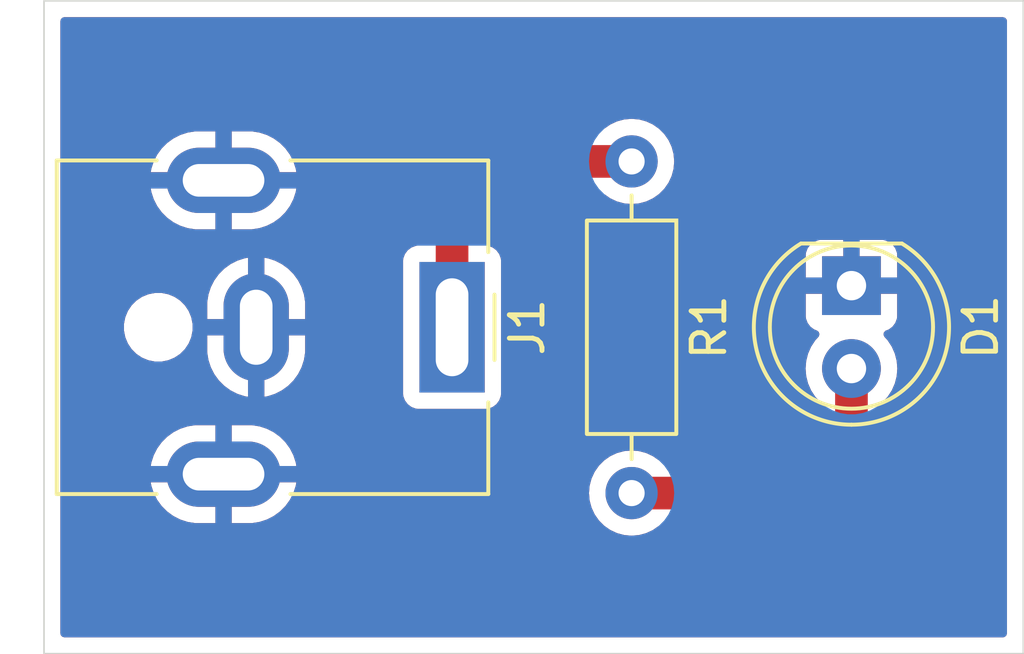
<source format=kicad_pcb>
(kicad_pcb (version 20241229) (generator "pcbnew") (generator_version "9.0")
  (layers (0 "F.Cu" signal) (2 "B.Cu" signal) (13 "F.Paste" user) (15 "B.Paste" user) (5 "F.SilkS" user "F.Silkscreen") (7 "B.SilkS" user "B.Silkscreen") (1 "F.Mask" user) (3 "B.Mask" user) (25 "Edge.Cuts" user))
  (net 0 "")
  (net 1 "Net-(D1-A)")
  (net 2 "GND")
  (net 3 "+5V")
  (footprint "Resistor_THT:R_Axial_DIN0207_L6.3mm_D2.5mm_P10.16mm_Horizontal" (layer "F.Cu") (at 142 108.92 -90)
    (property "Reference" "R1" (at 5.08 -2.37 90) (layer "F.SilkS"))
    (property "Value" "147Ω")
    (fp_line (start 1.04 0) (end 1.81 0) (stroke (width 0.12)) (layer "F.SilkS"))
    (fp_line (start 9.12 0) (end 8.35 0) (stroke (width 0.12)) (layer "F.SilkS"))
    (fp_rect (start 1.81 -1.37) (end 8.35 1.37) (stroke (width 0.12)) (fill no) (layer "F.SilkS"))
    (pad "1" thru_hole circle (at 0 0 270) (size 1.6 1.6) (drill 0.8) (layers "*.Cu" "*.Mask") (net 3 "+5V"))
    (pad "2" thru_hole circle (at 10.16 0 270) (size 1.6 1.6) (drill 0.8) (layers "*.Cu" "*.Mask") (net 1 "Net-(D1-A)"))
  )
  (footprint "Connector_BarrelJack:BarrelJack_CUI_PJ-063AH_Horizontal" (layer "F.Cu") (at 136.5 114 -90)
    (property "Reference" "J1" (at 0 -2.3 90) (layer "F.SilkS"))
    (property "Value" "Barrel_Jack_MountingPin")
    (fp_line (start -5.11 12.11) (end -5.11 9.05) (stroke (width 0.12)) (layer "F.SilkS"))
    (fp_line (start 5.11 12.11) (end -5.11 12.11) (stroke (width 0.12)) (layer "F.SilkS"))
    (fp_line (start 5.11 9.05) (end 5.11 12.11) (stroke (width 0.12)) (layer "F.SilkS"))
    (fp_line (start -5.11 4.95) (end -5.11 -1.11) (stroke (width 0.12)) (layer "F.SilkS"))
    (fp_line (start -5.11 -1.11) (end -2.3 -1.11) (stroke (width 0.12)) (layer "F.SilkS"))
    (fp_line (start 2.3 -1.11) (end 5.11 -1.11) (stroke (width 0.12)) (layer "F.SilkS"))
    (fp_line (start 5.11 -1.11) (end 5.11 4.95) (stroke (width 0.12)) (layer "F.SilkS"))
    (fp_line (start -1 -1.3) (end 1 -1.3) (stroke (width 0.12)) (layer "F.SilkS"))
    (pad "" np_thru_hole circle (at 0 9 270) (size 1.6 1.6) (drill 1.6) (layers "*.Cu" "*.Mask"))
    (pad "1" thru_hole rect (at 0 0 270) (size 4 2) (drill oval 3 1) (layers "*.Cu" "*.Mask") (net 3 "+5V"))
    (pad "2" thru_hole oval (at 0 6 270) (size 3.3 2) (drill oval 2.3 1) (layers "*.Cu" "*.Mask") (net 2 "GND"))
    (pad "MP" thru_hole oval (at -4.5 7 270) (size 2 3.5) (drill oval 1 2.5) (layers "*.Cu" "*.Mask") (net 2 "GND"))
    (pad "MP" thru_hole oval (at 4.5 7 270) (size 2 3.5) (drill oval 1 2.5) (layers "*.Cu" "*.Mask") (net 2 "GND"))
  )
  (footprint "LED_THT:LED_D5.0mm" (layer "F.Cu") (at 148.735 112.725 -90)
    (property "Reference" "D1" (at 1.27 -3.96 90) (layer "F.SilkS"))
    (property "Value" "RED")
    (fp_line (start -1.29 -1.545) (end -1.29 1.545) (stroke (width 0.12)) (layer "F.SilkS"))
    (fp_arc (start 4.26 0) (mid 2.071779 2.880495) (end -1.29 1.54483) (stroke (width 0.12)) (layer "F.SilkS"))
    (fp_arc (start -1.29 -1.54483) (mid 2.071779 -2.880495) (end 4.26 0) (stroke (width 0.12)) (layer "F.SilkS"))
    (fp_circle (center 1.27 0) (end 3.77 0) (stroke (width 0.12)) (fill no) (layer "F.SilkS"))
    (pad "1" thru_hole rect (at 0 0 270) (size 1.8 1.8) (drill 0.9) (layers "*.Cu" "*.Mask") (net 2 "GND"))
    (pad "2" thru_hole circle (at 2.54 0 270) (size 1.8 1.8) (drill 0.9) (layers "*.Cu" "*.Mask") (net 1 "Net-(D1-A)"))
  )
  (gr_rect (start 124 104) (end 154 124) (stroke (width 0.05)) (fill no) (layer "Edge.Cuts"))
  (segment (start 142 119.08) (end 146.92 119.08) (width 1) (layer "F.Cu") (net 1))
  (segment (start 146.92 119.08) (end 148.735 117.265) (width 1) (layer "F.Cu") (net 1))
  (segment (start 148.735 117.265) (end 148.735 115.265) (width 1) (layer "F.Cu") (net 1))
  (segment (start 136.5 114) (end 136.5 110.5) (width 1) (layer "F.Cu") (net 3))
  (segment (start 138.08 108.92) (end 142 108.92) (width 1) (layer "F.Cu") (net 3))
  (segment (start 136.5 110.5) (end 138.08 108.92) (width 1) (layer "F.Cu") (net 3))
  (zone (net 2) (net_name "GND") (layers "F.Cu" "B.Cu") (connect_pads (clearance 0.5)) (min_thickness 0.25) (fill yes (thermal_gap 0.5) (thermal_bridge_width 0.5))
    (polygon (pts (xy 124 104) (xy 154 104) (xy 154 124) (xy 124 124)))
  )
)
</source>
